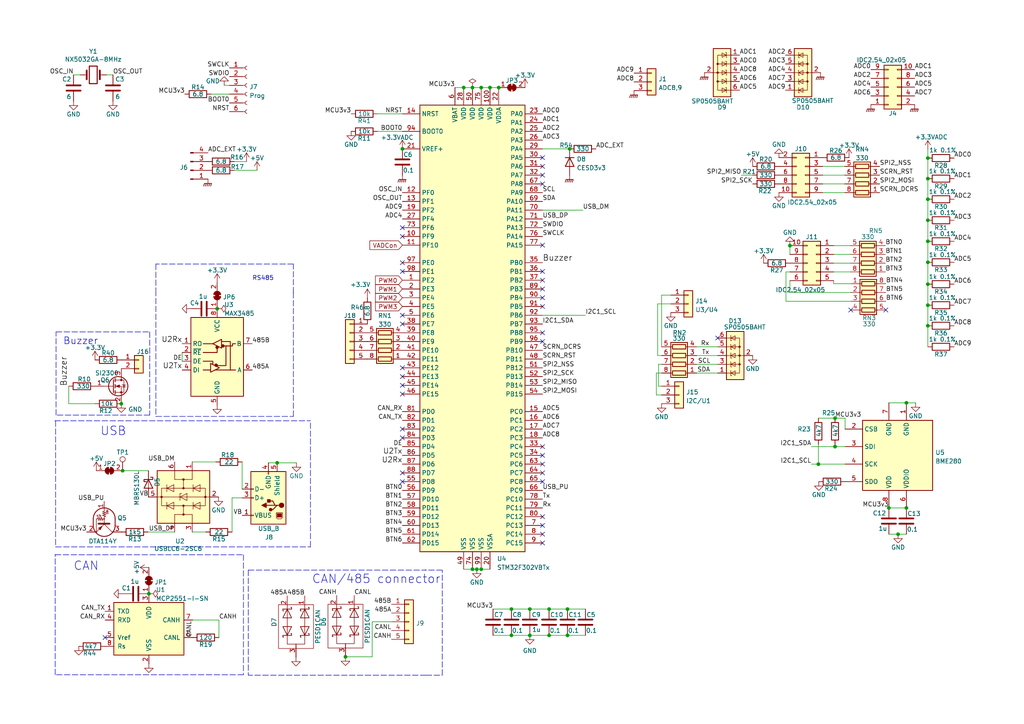
<source format=kicad_sch>
(kicad_sch (version 20211123) (generator eeschema)
  (paper "A4")
  (junction (at 269.113 82.423))
  (junction (at 229.108 71.247))
  (junction (at 165.227 43.18))
  (junction (at 35.179 117.094))
  (junction (at 144.653 25.4))
  (junction (at 142.113 25.4))
  (junction (at 260.477 154.94))
  (junction (at 137.033 165.1))
  (junction (at 269.113 88.519))
  (junction (at 100.203 190.5))
  (junction (at 134.493 25.4))
  (junction (at 159.258 176.657))
  (junction (at 257.81 147.32))
  (junction (at 164.592 184.277))
  (junction (at 159.258 184.277))
  (junction (at 269.113 51.816))
  (junction (at 242.189 121.285))
  (junction (at 153.67 184.277))
  (junction (at 262.89 147.32))
  (junction (at 269.113 45.847))
  (junction (at 269.113 94.488))
  (junction (at 139.573 25.4))
  (junction (at 269.113 69.977))
  (junction (at 269.113 63.881))
  (junction (at 139.573 165.1))
  (junction (at 148.336 176.657))
  (junction (at 262.89 116.84))
  (junction (at 137.033 25.4))
  (junction (at 269.113 57.785))
  (junction (at 43.18 172.212))
  (junction (at 269.113 76.073))
  (junction (at 62.992 89.535))
  (junction (at 148.336 184.277))
  (junction (at 237.363 134.62))
  (junction (at 164.592 176.657))
  (junction (at 153.67 176.657))
  (junction (at 80.391 134.239))
  (junction (at 116.713 43.18))
  (junction (at 35.56 136.525))
  (junction (at 242.189 129.54))
  (junction (at 138.303 165.1))
  (no_connect (at 157.353 71.12))
  (no_connect (at 157.353 132.08))
  (no_connect (at 157.353 129.54))
  (no_connect (at 256.921 89.916))
  (no_connect (at 246.761 89.916))
  (no_connect (at 157.353 157.48))
  (no_connect (at 116.713 66.04))
  (no_connect (at 157.353 81.28))
  (no_connect (at 157.353 45.72))
  (no_connect (at 157.353 48.26))
  (no_connect (at 157.353 50.8))
  (no_connect (at 157.353 53.34))
  (no_connect (at 30.48 184.912))
  (no_connect (at 208.153 98.044))
  (no_connect (at 116.713 137.16))
  (no_connect (at 116.713 139.7))
  (no_connect (at 116.713 106.68))
  (no_connect (at 116.713 109.22))
  (no_connect (at 116.713 111.76))
  (no_connect (at 116.713 114.3))
  (no_connect (at 116.713 124.46))
  (no_connect (at 116.713 127))
  (no_connect (at 157.353 139.7))
  (no_connect (at 157.353 137.16))
  (no_connect (at 157.353 134.62))
  (no_connect (at 157.353 154.94))
  (no_connect (at 157.353 152.4))
  (no_connect (at 157.353 149.86))
  (no_connect (at 116.713 68.58))
  (no_connect (at 157.353 99.06))
  (no_connect (at 157.353 96.52))
  (no_connect (at 157.353 78.74))
  (no_connect (at 116.713 76.2))
  (no_connect (at 116.713 78.74))
  (no_connect (at 116.713 91.44))
  (no_connect (at 116.713 93.98))
  (no_connect (at 157.353 83.82))
  (no_connect (at 157.353 88.9))
  (no_connect (at 157.353 86.36))
  (wire (pts (xy 159.258 176.657) (xy 164.592 176.657)))
  (wire (pts (xy 235.331 134.62) (xy 237.363 134.62)))
  (wire (pts (xy 131.953 25.4) (xy 134.493 25.4)))
  (wire (pts (xy 238.633 50.8) (xy 244.983 50.8)))
  (wire (pts (xy 241.808 76.327) (xy 246.634 76.327)))
  (wire (pts (xy 208.153 100.584) (xy 202.057 100.584)))
  (wire (pts (xy 269.113 51.816) (xy 269.113 57.785)))
  (wire (pts (xy 137.033 165.1) (xy 138.303 165.1)))
  (wire (pts (xy 191.897 103.124) (xy 190.754 103.124)))
  (wire (pts (xy 67.31 144.399) (xy 70.231 144.399)))
  (polyline (pts (xy 128.27 165.354) (xy 123.317 165.354)))
  (wire (pts (xy 229.108 78.867) (xy 227.965 78.867)))
  (wire (pts (xy 32.766 21.717) (xy 30.861 21.717)))
  (polyline (pts (xy 16.129 122.047) (xy 16.129 158.623)))
  (wire (pts (xy 153.67 184.277) (xy 159.258 184.277)))
  (wire (pts (xy 237.363 121.285) (xy 242.189 121.285)))
  (wire (pts (xy 242.189 129.54) (xy 245.11 129.54)))
  (wire (pts (xy 269.113 43.307) (xy 269.113 45.847)))
  (wire (pts (xy 241.808 78.867) (xy 246.634 78.867)))
  (wire (pts (xy 134.493 25.4) (xy 137.033 25.4)))
  (wire (pts (xy 269.113 45.847) (xy 269.113 51.816)))
  (wire (pts (xy 80.391 134.239) (xy 85.979 134.239)))
  (wire (pts (xy 143.002 176.657) (xy 148.336 176.657)))
  (polyline (pts (xy 72.009 165.354) (xy 72.009 195.834)))
  (polyline (pts (xy 123.571 195.834) (xy 128.27 195.834)))
  (wire (pts (xy 229.108 71.247) (xy 229.108 73.787)))
  (wire (pts (xy 148.336 184.277) (xy 153.67 184.277)))
  (wire (pts (xy 208.153 105.664) (xy 202.057 105.664)))
  (wire (pts (xy 245.11 134.62) (xy 237.363 134.62)))
  (wire (pts (xy 237.363 134.62) (xy 237.363 128.905)))
  (wire (pts (xy 241.808 73.787) (xy 246.634 73.787)))
  (polyline (pts (xy 85.09 120.777) (xy 85.09 84.201)))
  (wire (pts (xy 257.81 154.94) (xy 260.477 154.94)))
  (wire (pts (xy 241.808 81.407) (xy 241.808 82.296)))
  (wire (pts (xy 107.95 180.34) (xy 107.95 190.5)))
  (wire (pts (xy 100.203 190.627) (xy 100.203 190.5)))
  (polyline (pts (xy 16.256 120.396) (xy 16.256 96.266)))
  (polyline (pts (xy 72.009 165.354) (xy 123.571 165.354)))
  (polyline (pts (xy 16.129 158.623) (xy 90.043 158.623)))
  (wire (pts (xy 139.573 25.4) (xy 142.113 25.4)))
  (wire (pts (xy 208.153 103.124) (xy 202.057 103.124)))
  (wire (pts (xy 238.633 48.26) (xy 244.983 48.26)))
  (wire (pts (xy 194.564 88.138) (xy 190.754 88.138)))
  (wire (pts (xy 227.965 87.376) (xy 246.761 87.376)))
  (wire (pts (xy 42.926 154.305) (xy 50.673 154.305)))
  (wire (pts (xy 52.832 104.775) (xy 52.832 102.235)))
  (wire (pts (xy 35.56 136.525) (xy 43.053 136.525)))
  (wire (pts (xy 260.477 154.94) (xy 262.89 154.94)))
  (wire (pts (xy 159.258 184.277) (xy 164.592 184.277)))
  (wire (pts (xy 229.108 84.836) (xy 229.108 81.407)))
  (wire (pts (xy 262.89 116.84) (xy 265.557 116.84)))
  (wire (pts (xy 169.799 176.657) (xy 164.592 176.657)))
  (wire (pts (xy 169.799 184.277) (xy 164.592 184.277)))
  (wire (pts (xy 138.303 165.1) (xy 139.573 165.1)))
  (wire (pts (xy 242.189 128.905) (xy 242.189 129.54)))
  (wire (pts (xy 148.336 176.657) (xy 153.67 176.657)))
  (wire (pts (xy 241.808 82.296) (xy 246.761 82.296)))
  (wire (pts (xy 269.113 57.785) (xy 269.113 63.881)))
  (wire (pts (xy 19.939 117.094) (xy 19.939 112.014)))
  (polyline (pts (xy 123.571 195.834) (xy 72.009 195.834)))
  (wire (pts (xy 142.113 25.4) (xy 144.653 25.4)))
  (polyline (pts (xy 70.612 195.707) (xy 16.002 195.707)))
  (polyline (pts (xy 16.002 195.707) (xy 16.002 160.782)))
  (wire (pts (xy 241.808 71.247) (xy 246.634 71.247)))
  (wire (pts (xy 190.373 108.204) (xy 190.373 114.554)))
  (polyline (pts (xy 45.212 76.581) (xy 45.212 84.074)))
  (wire (pts (xy 65.024 24.765) (xy 66.548 24.765)))
  (polyline (pts (xy 43.434 96.266) (xy 43.434 120.396)))
  (polyline (pts (xy 128.27 195.834) (xy 128.27 165.354)))
  (wire (pts (xy 238.633 53.34) (xy 244.983 53.34)))
  (wire (pts (xy 191.897 85.598) (xy 191.897 100.584)))
  (wire (pts (xy 227.965 78.867) (xy 227.965 87.376)))
  (wire (pts (xy 238.633 55.88) (xy 244.983 55.88)))
  (wire (pts (xy 246.761 84.836) (xy 229.108 84.836)))
  (wire (pts (xy 134.493 165.1) (xy 137.033 165.1)))
  (polyline (pts (xy 45.212 84.201) (xy 45.212 120.777)))
  (polyline (pts (xy 15.875 122.047) (xy 90.043 122.047)))
  (wire (pts (xy 139.573 165.1) (xy 142.113 165.1)))
  (wire (pts (xy 191.008 105.664) (xy 191.897 105.664)))
  (wire (pts (xy 61.214 27.305) (xy 66.548 27.305)))
  (wire (pts (xy 63.5 184.912) (xy 63.5 179.832)))
  (wire (pts (xy 55.753 154.305) (xy 59.69 154.305)))
  (polyline (pts (xy 85.09 84.963) (xy 85.09 76.581)))
  (polyline (pts (xy 43.434 120.396) (xy 16.256 120.396)))
  (wire (pts (xy 269.113 94.488) (xy 269.113 100.584)))
  (wire (pts (xy 67.31 154.305) (xy 67.31 144.399)))
  (wire (pts (xy 169.799 91.44) (xy 157.353 91.44)))
  (wire (pts (xy 137.033 25.4) (xy 139.573 25.4)))
  (wire (pts (xy 269.113 82.423) (xy 269.113 88.519)))
  (wire (pts (xy 215.011 50.8) (xy 218.313 50.8)))
  (wire (pts (xy 109.474 33.02) (xy 116.713 33.02)))
  (wire (pts (xy 269.113 63.881) (xy 269.113 69.977)))
  (wire (pts (xy 242.189 121.285) (xy 245.11 121.285)))
  (wire (pts (xy 169.037 60.96) (xy 157.353 60.96)))
  (wire (pts (xy 55.753 133.985) (xy 62.611 133.985)))
  (wire (pts (xy 191.897 112.014) (xy 191.008 112.014)))
  (wire (pts (xy 269.113 69.977) (xy 269.113 76.073)))
  (wire (pts (xy 190.373 114.554) (xy 191.897 114.554)))
  (polyline (pts (xy 16.002 160.909) (xy 70.612 160.909)))
  (wire (pts (xy 257.81 147.32) (xy 262.89 147.32)))
  (wire (pts (xy 190.754 88.138) (xy 190.754 103.124)))
  (wire (pts (xy 269.113 76.073) (xy 269.113 82.423)))
  (wire (pts (xy 21.336 21.717) (xy 23.241 21.717)))
  (wire (pts (xy 67.945 46.863) (xy 71.501 46.863)))
  (wire (pts (xy 100.203 190.5) (xy 107.95 190.5)))
  (wire (pts (xy 109.474 38.1) (xy 116.713 38.1)))
  (wire (pts (xy 208.153 108.204) (xy 202.057 108.204)))
  (wire (pts (xy 153.67 176.657) (xy 159.258 176.657)))
  (wire (pts (xy 77.851 134.239) (xy 80.391 134.239)))
  (polyline (pts (xy 85.09 76.581) (xy 45.212 76.581)))
  (wire (pts (xy 245.11 121.285) (xy 245.11 124.46)))
  (wire (pts (xy 191.897 85.598) (xy 194.564 85.598)))
  (polyline (pts (xy 16.256 96.266) (xy 43.434 96.266)))
  (polyline (pts (xy 90.043 158.623) (xy 90.043 122.047)))
  (wire (pts (xy 27.559 117.094) (xy 19.939 117.094)))
  (wire (pts (xy 143.002 184.277) (xy 148.336 184.277)))
  (wire (pts (xy 269.113 88.519) (xy 269.113 94.488)))
  (wire (pts (xy 191.008 112.014) (xy 191.008 105.664)))
  (polyline (pts (xy 70.612 160.909) (xy 70.612 195.707)))
  (wire (pts (xy 70.231 133.985) (xy 70.231 141.859)))
  (wire (pts (xy 67.945 49.403) (xy 74.549 49.403)))
  (wire (pts (xy 157.353 43.18) (xy 165.227 43.18)))
  (polyline (pts (xy 45.212 120.777) (xy 85.09 120.777)))
  (wire (pts (xy 257.81 116.84) (xy 262.89 116.84)))
  (wire (pts (xy 191.897 108.204) (xy 190.373 108.204)))
  (wire (pts (xy 63.5 179.832) (xy 55.88 179.832)))
  (wire (pts (xy 235.331 129.54) (xy 242.189 129.54)))
  (wire (pts (xy 113.538 180.34) (xy 107.95 180.34)))
  (text "USB" (at 36.703 126.619 180) (effects (font (size 2.4892 2.4892)) (justify right bottom)))
  (text "RS485" (at 73.152 81.534 0) (effects (font (size 1.27 1.27)) (justify left bottom)))
  (text "Buzzer" (at 18.288 100.203 0) (effects (font (size 2.0066 2.0066)) (justify left bottom)))
  (text "CAN/485 connector" (at 90.424 169.545 0) (effects (font (size 2.4892 2.4892)) (justify left bottom)))
  (text "CAN" (at 28.702 165.735 180) (effects (font (size 2.4892 2.4892)) (justify right bottom)))
  (label "CAN_TX" (at 30.48 177.292 180))
  (label "SPI2_SCK" (at 218.313 53.34 180))
  (label "ADC1" (at 265.303 20.193 0))
  (label "ADC8" (at 183.896 23.749 180))
  (label "ADC4" (at 116.713 63.5 180))
  (label "OSC_IN" (at 21.336 21.717 180))
  (label "MCU3v3" (at 131.953 25.4 180))
  (label "ADC_EXT" (at 172.847 43.18 0))
  (label "ADC0" (at 157.353 33.02 0))
  (label "SCRN_RST" (at 157.353 104.14 0))
  (label "ADC4" (at 252.603 25.273 180))
  (label "BOOT0" (at 66.548 29.845 180))
  (label "Tx" (at 205.74 103.124 180))
  (label "CANH" (at 113.538 185.42 180))
  (label "CAN_TX" (at 116.713 121.92 180))
  (label "OSC_IN" (at 116.713 55.88 180))
  (label "U2Tx" (at 52.832 107.315 180) (effects (font (size 1.524 1.524))))
  (label "OSC_OUT" (at 116.713 58.42 180))
  (label "SWDIO" (at 66.548 22.225 180))
  (label "DE" (at 52.832 104.775 180))
  (label "CAN_RX" (at 116.713 119.38 180))
  (label "MCU3v3" (at 257.81 147.32 180))
  (label "CAN_RX" (at 30.48 179.832 180))
  (label "VB" (at 70.231 149.479 180))
  (label "CANL" (at 55.88 184.912 90))
  (label "SCRN_RST" (at 255.143 50.8 0))
  (label "MCU3v3" (at 101.854 33.02 180))
  (label "SPI2_NSS" (at 255.143 48.26 0))
  (label "Buzzer" (at 19.939 112.014 90) (effects (font (size 1.7018 1.7018))))
  (label "ADC1" (at 276.733 51.816 0))
  (label "ADC5" (at 157.353 119.38 0))
  (label "MCU3v3" (at 25.146 154.305 180))
  (label "SDA" (at 157.353 58.42 0))
  (label "BTN1" (at 256.794 73.787 0))
  (label "SCRN_DCRS" (at 255.143 55.88 0))
  (label "USB_DP" (at 50.673 154.305 180))
  (label "ADC0" (at 276.733 45.847 0))
  (label "485B" (at 88.392 172.847 180))
  (label "SPI2_MISO" (at 157.353 111.76 0))
  (label "USB_DM" (at 169.037 60.96 0))
  (label "USB_DM" (at 50.673 133.985 180))
  (label "ADC7" (at 265.303 27.813 0))
  (label "NRST" (at 66.548 32.385 180))
  (label "ADC6" (at 252.603 27.813 180))
  (label "ADC4" (at 276.733 69.977 0))
  (label "SCRN_DCRS" (at 157.353 101.6 0))
  (label "485B" (at 113.538 175.26 180))
  (label "ADC2" (at 157.353 38.1 0))
  (label "BTN3" (at 256.794 78.867 0))
  (label "ADC0" (at 252.603 20.193 180))
  (label "VB" (at 43.053 144.145 180))
  (label "BTN2" (at 256.794 76.327 0))
  (label "ADC7" (at 157.353 124.46 0))
  (label "MCU3v3" (at 143.002 176.657 180))
  (label "USB_DP" (at 157.353 63.5 0))
  (label "CANL" (at 102.743 172.72 0))
  (label "U2Tx" (at 116.713 132.08 180) (effects (font (size 1.524 1.524))))
  (label "CANL" (at 113.538 182.88 180))
  (label "OSC_OUT" (at 32.766 21.717 0))
  (label "SWCLK" (at 66.548 19.685 180))
  (label "Buzzer" (at 157.353 76.2 0) (effects (font (size 1.7018 1.7018))))
  (label "BTN3" (at 116.713 149.86 180))
  (label "DE" (at 116.713 129.54 180))
  (label "485A" (at 113.538 177.8 180))
  (label "SPI2_MOSI" (at 255.143 53.34 0))
  (label "ADC3" (at 227.838 18.542 180))
  (label "SCL" (at 206.121 105.664 180))
  (label "ADC8" (at 157.353 127 0))
  (label "ADC0" (at 214.503 18.542 0))
  (label "ADC_EXT" (at 60.325 44.323 0))
  (label "I2C1_SDA" (at 235.331 129.54 180))
  (label "ADC7" (at 276.733 88.519 0))
  (label "ADC6" (at 157.353 121.92 0))
  (label "BTN5" (at 116.713 154.94 180))
  (label "ADC1" (at 214.503 16.002 0))
  (label "I2C1_SCL" (at 235.331 134.62 180))
  (label "U2Rx" (at 116.713 134.62 180) (effects (font (size 1.524 1.524))))
  (label "BOOT0" (at 116.713 38.1 180))
  (label "ADC2" (at 276.733 57.785 0))
  (label "U2Rx" (at 52.832 99.695 180) (effects (font (size 1.524 1.524))))
  (label "MCU3v3" (at 242.189 121.285 0))
  (label "SPI2_SCK" (at 157.353 109.22 0))
  (label "USB_PU" (at 30.226 145.415 180))
  (label "SDA" (at 205.994 108.204 180))
  (label "ADC6" (at 276.733 82.423 0))
  (label "BTN2" (at 116.713 147.32 180))
  (label "BTN1" (at 116.713 144.78 180))
  (label "I2C1_SDA" (at 157.353 93.98 0))
  (label "BTN6" (at 256.921 87.376 0))
  (label "I2C1_SCL" (at 169.799 91.44 0))
  (label "ADC9" (at 276.733 100.584 0))
  (label "ADC9" (at 227.838 26.162 180))
  (label "ADC3" (at 157.353 40.64 0))
  (label "MCU3v3" (at 53.594 27.305 180))
  (label "ADC9" (at 183.896 21.209 180))
  (label "SWCLK" (at 157.353 68.58 0))
  (label "ADC5" (at 276.733 76.073 0))
  (label "ADC3" (at 276.733 63.881 0))
  (label "ADC8" (at 276.733 94.488 0))
  (label "ADC8" (at 214.503 21.082 0))
  (label "ADC1" (at 157.353 35.56 0))
  (label "Rx" (at 157.353 147.32 0))
  (label "CANH" (at 97.663 172.72 180))
  (label "BTN4" (at 116.713 152.4 180))
  (label "ADC6" (at 214.503 23.622 0))
  (label "BTN5" (at 256.921 84.836 0))
  (label "NRST" (at 116.713 33.02 180))
  (label "BTN0" (at 256.794 71.247 0))
  (label "CANH" (at 63.5 179.832 0))
  (label "485A" (at 73.152 107.315 0))
  (label "BTN4" (at 256.921 82.296 0))
  (label "ADC9" (at 116.713 60.96 180))
  (label "SWDIO" (at 157.353 66.04 0))
  (label "Rx" (at 205.74 100.584 180))
  (label "SPI2_MOSI" (at 157.353 114.3 0))
  (label "BTN0" (at 116.713 142.24 180))
  (label "ADC5" (at 265.303 25.273 0))
  (label "BTN6" (at 116.713 157.48 180))
  (label "ADC5" (at 214.503 26.162 0))
  (label "Tx" (at 157.353 144.78 0))
  (label "ADC4" (at 227.838 21.082 180))
  (label "485B" (at 73.152 99.695 0))
  (label "ADC2" (at 227.838 16.002 180))
  (label "SPI2_MISO" (at 215.011 50.8 180))
  (label "ADC2" (at 252.603 22.733 180))
  (label "ADC3" (at 265.303 22.733 0))
  (label "USB_PU" (at 157.353 142.24 0))
  (label "SPI2_NSS" (at 157.353 106.68 0))
  (label "ADC7" (at 227.838 23.622 180))
  (label "SCL" (at 157.353 55.88 0))
  (label "485A" (at 83.312 172.847 180))
  (global_label "PWM1" (shape input) (at 116.713 83.82 180) (property "Intersheet References" "${INTERSHEET_REFS}" (effects hide)))
  (global_label "PWM3" (shape input) (at 116.713 88.9 180) (property "Intersheet References" "${INTERSHEET_REFS}" (effects hide)))
  (global_label "PWM0" (shape input) (at 116.713 81.28 180) (property "Intersheet References" "${INTERSHEET_REFS}" (effects hide)))
  (global_label "PWM2" (shape input) (at 116.713 86.36 180) (property "Intersheet References" "${INTERSHEET_REFS}" (effects hide)))
  (global_label "VADCon" (shape input) (at 116.713 71.12 180) (property "Intersheet References" "${INTERSHEET_REFS}" (effects hide)))
  (symbol (lib_id "Device:R") (at 272.923 100.584 90) (unit 1)
    (property "Reference" "R37" (at 272.923 102.743 90))
    (property "Value" "1k 0.1%" (at 273.304 98.425 90))
    (property "Footprint" "Resistor_SMD:R_0805_2012Metric_Pad1.20x1.40mm_HandSolder" (effects hide))
  )
  (symbol (lib_id "Device:R") (at 64.135 46.863 270) (unit 1)
    (property "Reference" "R16" (at 68.707 45.593 90))
    (property "Value" "6.8" (at 64.135 46.863 90))
    (property "Footprint" "Resistor_SMD:R_0603_1608Metric_Pad0.98x0.95mm_HandSolder" (effects hide))
  )
  (symbol (lib_id "power:+3.3VADC") (at 269.113 43.307 0) (unit 1)
    (property "Reference" "#PWR050" (effects hide))
    (property "Value" "+3.3VADC" (at 270.129 39.751 0))
  )
  (symbol (lib_id "power:GND") (at 138.303 165.1 0) (unit 1)
    (property "Reference" "#PWR032" (effects hide))
    (property "Value" "GND" (at 138.303 168.91 0))
  )
  (symbol (lib_id "Connector:Conn_01x04_Male") (at 55.245 49.403 0) (mirror x) (unit 1)
    (property "Reference" "J6" (at 54.5339 48.5668 0) (effects (justify right)))
    (property "Value" "ADCext" (effects hide))
    (property "Footprint" "Connector_JST:JST_EH_B4B-EH-A_1x04_P2.50mm_Vertical" (effects hide))
  )
  (symbol (lib_id "power:GND") (at 32.766 29.337 0) (unit 1)
    (property "Reference" "#PWR016" (effects hide))
    (property "Value" "GND" (at 32.766 33.147 0))
  )
  (symbol (lib_id "Device:D_Schottky") (at 43.053 140.335 270) (unit 1)
    (property "Reference" "D5" (at 45.593 139.827 0))
    (property "Value" "MBRS130L" (at 39.624 141.605 0))
    (property "Footprint" "Diode_SMD:D_SMB_Handsoldering" (effects hide))
  )
  (symbol (lib_id "Device:R") (at 272.923 88.519 90) (unit 1)
    (property "Reference" "R35" (at 272.923 90.678 90))
    (property "Value" "1k 0.1%" (at 273.304 86.36 90))
    (property "Footprint" "Resistor_SMD:R_0805_2012Metric_Pad1.20x1.40mm_HandSolder" (effects hide))
  )
  (symbol (lib_id "power:GND") (at 62.992 117.475 0) (unit 1)
    (property "Reference" "#PWR024" (effects hide))
    (property "Value" "GND" (effects hide))
  )
  (symbol (lib_id "Device:R") (at 272.923 76.073 90) (unit 1)
    (property "Reference" "R33" (at 272.923 78.232 90))
    (property "Value" "1k 0.1%" (at 273.304 73.914 90))
    (property "Footprint" "Resistor_SMD:R_0805_2012Metric_Pad1.20x1.40mm_HandSolder" (effects hide))
  )
  (symbol (lib_id "power:GND") (at 237.49 139.7 0) (unit 1)
    (property "Reference" "#PWR043" (effects hide))
    (property "Value" "GND" (at 237.49 143.51 0))
  )
  (symbol (lib_id "Jumper:SolderJumper_2_Bridged") (at 31.75 136.525 0) (unit 1)
    (property "Reference" "JP2" (at 31.75 134.4732 0))
    (property "Value" "USB5V" (effects hide))
    (property "Footprint" "Jumper:SolderJumper-2_P1.3mm_Open_TrianglePad1.0x1.5mm" (effects hide))
  )
  (symbol (lib_id "power:+3.3V") (at 221.488 76.327 0) (unit 1)
    (property "Reference" "#PWR045" (effects hide))
    (property "Value" "+3.3V" (at 221.488 72.771 0))
  )
  (symbol (lib_id "power:PWR_FLAG") (at 43.18 172.212 270) (unit 1)
    (property "Reference" "#FLG0101" (effects hide))
    (property "Value" "PWR_FLAG" (effects hide))
  )
  (symbol (lib_id "power:GNDPWR") (at 116.713 50.8 0) (unit 1)
    (property "Reference" "#PWR01" (effects hide))
    (property "Value" "GNDPWR" (effects hide))
  )
  (symbol (lib_id "Device:R") (at 272.923 63.881 90) (unit 1)
    (property "Reference" "R31" (at 272.923 66.04 90))
    (property "Value" "1k 0.1%" (at 273.304 61.722 90))
    (property "Footprint" "Resistor_SMD:R_0805_2012Metric_Pad1.20x1.40mm_HandSolder" (effects hide))
  )
  (symbol (lib_id "Device:C") (at 116.713 46.99 0) (unit 1)
    (property "Reference" "C6" (at 116.967 44.831 0) (effects (justify left)))
    (property "Value" "0.1" (at 116.84 49.403 0) (effects (justify left)))
    (property "Footprint" "Capacitor_SMD:C_0603_1608Metric_Pad1.08x0.95mm_HandSolder" (effects hide))
  )
  (symbol (lib_id "Connector_Generic:Conn_01x03") (at 199.644 88.138 0) (unit 1)
    (property "Reference" "J14" (at 201.676 87.3033 0) (effects (justify left)))
    (property "Value" "U3/U4" (at 201.676 89.8402 0) (effects (justify left)))
    (property "Footprint" "Connector_JST:JST_EH_B3B-EH-A_1x03_P2.50mm_Vertical" (effects hide))
  )
  (symbol (lib_id "power:GND") (at 225.933 55.88 0) (unit 1)
    (property "Reference" "#PWR039" (effects hide))
    (property "Value" "GND" (at 225.933 59.69 0))
  )
  (symbol (lib_id "Device:R") (at 26.67 187.452 90) (unit 1)
    (property "Reference" "R44" (at 27.94 189.484 90) (effects (justify left)))
    (property "Value" "4k7" (at 28.194 187.452 90) (effects (justify left)))
    (property "Footprint" "Resistor_SMD:R_0603_1608Metric_Pad0.98x0.95mm_HandSolder" (effects hide))
  )
  (symbol (lib_id "Device:R") (at 272.923 94.488 90) (unit 1)
    (property "Reference" "R36" (at 272.923 96.647 90))
    (property "Value" "1k 0.1%" (at 273.304 92.329 90))
    (property "Footprint" "Resistor_SMD:R_0805_2012Metric_Pad1.20x1.40mm_HandSolder" (effects hide))
  )
  (symbol (lib_id "Device:C") (at 159.258 180.467 0) (unit 1)
    (property "Reference" "C10" (at 159.512 178.308 0) (effects (justify left)))
    (property "Value" "0.1" (at 159.385 182.88 0) (effects (justify left)))
    (property "Footprint" "Capacitor_SMD:C_0603_1608Metric_Pad1.08x0.95mm_HandSolder" (effects hide))
  )
  (symbol (lib_id "Device:C") (at 59.182 89.535 90) (unit 1)
    (property "Reference" "C4" (at 57.785 87.884 90) (effects (justify left)))
    (property "Value" "1u" (at 60.198 85.979 90) (effects (justify left)))
    (property "Footprint" "Capacitor_SMD:C_0603_1608Metric_Pad1.08x0.95mm_HandSolder" (effects hide))
  )
  (symbol (lib_id "Device:R") (at 57.404 27.305 90) (unit 1)
    (property "Reference" "R14" (at 57.404 25.273 90))
    (property "Value" "6.8" (at 57.404 27.305 90))
    (property "Footprint" "Resistor_SMD:R_0603_1608Metric_Pad0.98x0.95mm_HandSolder" (effects hide))
  )
  (symbol (lib_id "Connector_Generic:Conn_02x05_Counter_Clockwise") (at 236.728 76.327 0) (mirror y) (unit 1)
    (property "Reference" "J11" (at 235.458 68.707 0))
    (property "Value" "IDC2.54_02x05" (at 232.156 84.074 0))
    (property "Footprint" "Connector_IDC:IDC-Header_2x05_P2.54mm_Vertical" (effects hide))
  )
  (symbol (lib_id "Device:R") (at 106.553 90.17 0) (unit 1)
    (property "Reference" "R46" (at 103.632 89.154 0))
    (property "Value" "6.8" (at 106.553 90.17 90))
    (property "Footprint" "Resistor_SMD:R_0603_1608Metric_Pad0.98x0.95mm_HandSolder" (effects hide))
  )
  (symbol (lib_id "Power_Protection:USBLC6-2SC6") (at 53.213 144.145 90) (mirror x) (unit 1)
    (property "Reference" "U2" (at 52.197 156.972 90))
    (property "Value" "USBLC6-2SC6" (at 51.689 159.131 90))
    (property "Footprint" "Package_TO_SOT_SMD:SOT-23-6" (effects hide))
    (property "Datasheet" "https://www.st.com/resource/en/datasheet/usblc6-2.pdf" (effects hide))
  )
  (symbol (lib_id "power:+5V") (at 74.549 49.403 0) (unit 1)
    (property "Reference" "#PWR028" (effects hide))
    (property "Value" "+5V" (at 74.549 45.8272 0))
  )
  (symbol (lib_id "power:GND") (at 65.024 24.765 180) (unit 1)
    (property "Reference" "#PWR026" (effects hide))
    (property "Value" "GND" (at 59.69 23.495 0) (effects (justify right)))
  )
  (symbol (lib_id "Power_Protection:SP0505BAHT") (at 209.423 21.082 270) (unit 1)
    (property "Reference" "D9" (at 209.423 31.115 90))
    (property "Value" "SP0505BAHT" (at 206.629 29.337 90))
    (property "Footprint" "Package_TO_SOT_SMD:SOT-23-6" (effects hide))
    (property "Datasheet" "http://www.littelfuse.com/~/media/files/littelfuse/technical%20resources/documents/data%20sheets/sp05xxba.pdf" (effects hide))
  )
  (symbol (lib_id "Device:R") (at 39.116 154.305 270) (unit 1)
    (property "Reference" "R13" (at 39.116 156.337 90))
    (property "Value" "1k5" (at 39.116 154.305 90))
    (property "Footprint" "Resistor_SMD:R_0603_1608Metric_Pad0.98x0.95mm_HandSolder" (effects hide))
  )
  (symbol (lib_id "Device:R") (at 237.363 125.095 0) (unit 1)
    (property "Reference" "R23" (at 231.267 124.46 0) (effects (justify left)))
    (property "Value" "4k7" (at 237.49 126.746 90) (effects (justify left)))
    (property "Footprint" "Resistor_SMD:R_0603_1608Metric_Pad0.98x0.95mm_HandSolder" (effects hide))
  )
  (symbol (lib_id "Device:C") (at 148.336 180.467 0) (unit 1)
    (property "Reference" "C8" (at 148.59 178.308 0) (effects (justify left)))
    (property "Value" "0.1" (at 148.463 182.88 0) (effects (justify left)))
    (property "Footprint" "Capacitor_SMD:C_0603_1608Metric_Pad1.08x0.95mm_HandSolder" (effects hide))
  )
  (symbol (lib_id "Device:R") (at 23.749 112.014 270) (unit 1)
    (property "Reference" "R10" (at 22.479 109.982 90) (effects (justify left)))
    (property "Value" "330" (at 22.225 112.014 90) (effects (justify left)))
    (property "Footprint" "Resistor_SMD:R_0603_1608Metric_Pad0.98x0.95mm_HandSolder" (effects hide))
  )
  (symbol (lib_id "power:PWR_FLAG") (at 62.992 89.535 270) (unit 1)
    (property "Reference" "#FLG0102" (effects hide))
    (property "Value" "PWR_FLAG" (effects hide))
  )
  (symbol (lib_id "Device:R") (at 169.037 43.18 90) (unit 1)
    (property "Reference" "R54" (at 164.211 42.164 90))
    (property "Value" "330" (at 169.037 43.18 90))
    (property "Footprint" "Resistor_SMD:R_0603_1608Metric_Pad0.98x0.95mm_HandSolder" (effects hide))
  )
  (symbol (lib_id "Device:R") (at 105.664 38.1 270) (unit 1)
    (property "Reference" "R11" (at 105.664 40.132 90))
    (property "Value" "10k" (at 105.664 38.1 90))
    (property "Footprint" "Resistor_SMD:R_0603_1608Metric_Pad0.98x0.95mm_HandSolder" (effects hide))
  )
  (symbol (lib_id "power:GNDPWR") (at 265.303 30.353 0) (unit 1)
    (property "Reference" "#PWR048" (effects hide))
    (property "Value" "GNDPWR" (effects hide))
  )
  (symbol (lib_id "Device:Q_NMOS_GSD") (at 32.639 112.014 0) (unit 1)
    (property "Reference" "Q6" (at 29.083 110.236 0) (effects (justify left)))
    (property "Value" "SI2300" (at 27.559 108.204 0) (effects (justify left)))
    (property "Footprint" "Package_TO_SOT_SMD:SOT-23_Handsoldering" (effects hide))
  )
  (symbol (lib_id "Interface_CAN_LIN:MCP2551-I-SN") (at 43.18 182.372 0) (unit 1)
    (property "Reference" "U1" (at 45.1994 171.0522 0) (effects (justify left)))
    (property "Value" "MCP2551-I-SN" (at 45.1994 173.5891 0) (effects (justify left)))
    (property "Footprint" "Package_SO:SOIC-8_3.9x4.9mm_P1.27mm" (effects hide))
    (property "Datasheet" "http://ww1.microchip.com/downloads/en/devicedoc/21667d.pdf" (effects hide))
  )
  (symbol (lib_id "Device:C") (at 169.799 180.467 0) (unit 1)
    (property "Reference" "C5" (at 170.053 178.308 0) (effects (justify left)))
    (property "Value" "0.1" (at 169.926 182.88 0) (effects (justify left)))
    (property "Footprint" "Capacitor_SMD:C_0603_1608Metric_Pad1.08x0.95mm_HandSolder" (effects hide))
  )
  (symbol (lib_id "power:+3.3V") (at 62.992 81.915 0) (unit 1)
    (property "Reference" "#PWR023" (effects hide))
    (property "Value" "+3.3V" (at 62.992 78.359 0))
  )
  (symbol (lib_id "power:GND") (at 260.477 154.94 0) (unit 1)
    (property "Reference" "#PWR047" (effects hide))
    (property "Value" "GND" (at 260.477 158.75 0))
  )
  (symbol (lib_id "Device:R_Pack04") (at 111.633 99.06 90) (unit 1)
    (property "Reference" "RN1" (at 111.633 91.5502 90))
    (property "Value" "330" (at 111.633 94.0871 90))
    (property "Footprint" "Resistor_SMD:R_Array_Convex_4x0603" (effects hide))
  )
  (symbol (lib_id "power:GND") (at 229.108 71.247 180) (unit 1)
    (property "Reference" "#PWR040" (effects hide))
    (property "Value" "GND" (at 229.108 67.437 0))
  )
  (symbol (lib_id "power:GND") (at 194.564 90.678 0) (unit 1)
    (property "Reference" "#PWR072" (effects hide))
    (property "Value" "GND" (at 194.564 94.488 0))
  )
  (symbol (lib_id "Interface_UART:MAX3485") (at 62.992 102.235 0) (unit 1)
    (property "Reference" "U3" (at 65.0114 88.3752 0) (effects (justify left)))
    (property "Value" "MAX3485" (at 65.0114 90.9121 0) (effects (justify left)))
    (property "Footprint" "Package_SO:SO-8_3.9x4.9mm_P1.27mm" (effects hide))
    (property "Datasheet" "https://datasheets.maximintegrated.com/en/ds/MAX3483-MAX3491.pdf" (effects hide))
  )
  (symbol (lib_id "Device:R") (at 272.923 45.847 90) (unit 1)
    (property "Reference" "R28" (at 272.923 48.006 90))
    (property "Value" "1k 0.1%" (at 273.431 43.561 90))
    (property "Footprint" "Resistor_SMD:R_0805_2012Metric_Pad1.20x1.40mm_HandSolder" (effects hide))
  )
  (symbol (lib_id "Connector:TestPoint") (at 35.56 136.525 0) (unit 1)
    (property "Reference" "TP1" (at 33.782 131.191 0) (effects (justify left)))
    (property "Value" "5Vusb" (effects hide))
    (property "Footprint" "TestPoint:TestPoint_THTPad_1.5x1.5mm_Drill0.7mm" (effects hide))
  )
  (symbol (lib_id "Connector_Generic:Conn_01x05") (at 118.618 180.34 0) (unit 1)
    (property "Reference" "J9" (at 120.65 180.7738 0) (effects (justify left)))
    (property "Value" "485{slash}CAN" (effects hide))
    (property "Footprint" "Connector_JST:JST_EH_B5B-EH-A_1x05_P2.50mm_Vertical" (effects hide))
  )
  (symbol (lib_id "Device:R") (at 63.5 154.305 270) (unit 1)
    (property "Reference" "R15" (at 63.5 156.337 90))
    (property "Value" "22" (at 63.5 154.305 90))
    (property "Footprint" "Resistor_SMD:R_0603_1608Metric_Pad0.98x0.95mm_HandSolder" (effects hide))
  )
  (symbol (lib_id "power:GND") (at 85.979 134.239 0) (unit 1)
    (property "Reference" "#PWR029" (effects hide))
    (property "Value" "GND" (at 85.979 138.049 0))
  )
  (symbol (lib_id "Connector_Generic:Conn_01x02") (at 40.259 104.394 0) (unit 1)
    (property "Reference" "J16" (at 39.624 101.981 0) (effects (justify left)))
    (property "Value" "buzzer" (effects hide))
    (property "Footprint" "Connector_PinSocket_2.54mm:PinSocket_1x02_P2.54mm_Vertical" (effects hide))
  )
  (symbol (lib_id "power:GND") (at 191.897 117.094 0) (unit 1)
    (property "Reference" "#PWR071" (effects hide))
    (property "Value" "GND" (at 191.897 120.904 0))
  )
  (symbol (lib_id "power:GND") (at 35.56 172.212 270) (unit 1)
    (property "Reference" "#PWR030" (effects hide))
    (property "Value" "GND" (effects hide))
  )
  (symbol (lib_id "power:GND") (at 43.18 192.532 0) (unit 1)
    (property "Reference" "#PWR019" (effects hide))
    (property "Value" "GND" (effects hide))
  )
  (symbol (lib_id "Device:R") (at 272.923 57.785 90) (unit 1)
    (property "Reference" "R30" (at 272.923 59.944 90))
    (property "Value" "1k 0.1%" (at 273.304 55.626 90))
    (property "Footprint" "Resistor_SMD:R_0805_2012Metric_Pad1.20x1.40mm_HandSolder" (effects hide))
  )
  (symbol (lib_id "power:GND") (at 21.336 29.337 0) (unit 1)
    (property "Reference" "#PWR013" (effects hide))
    (property "Value" "GND" (at 21.336 33.147 0))
  )
  (symbol (lib_id "Jumper:SolderJumper_2_Bridged") (at 43.18 168.402 90) (unit 1)
    (property "Reference" "JP1" (at 44.831 168.8358 90) (effects (justify right)))
    (property "Value" "CAN" (effects hide))
    (property "Footprint" "Jumper:SolderJumper-2_P1.3mm_Open_TrianglePad1.0x1.5mm" (effects hide))
  )
  (symbol (lib_id "power:+5V") (at 43.18 164.592 90) (unit 1)
    (property "Reference" "#PWR012" (effects hide))
    (property "Value" "+5V" (at 39.624 164.592 0))
  )
  (symbol (lib_id "Jumper:SolderJumper_2_Bridged") (at 148.463 25.4 0) (unit 1)
    (property "Reference" "JP3" (at 148.463 23.3482 0))
    (property "Value" "MCU" (effects hide))
    (property "Footprint" "Jumper:SolderJumper-2_P1.3mm_Open_TrianglePad1.0x1.5mm" (effects hide))
  )
  (symbol (lib_id "Device:R") (at 105.664 33.02 270) (unit 1)
    (property "Reference" "R41" (at 105.664 35.052 90))
    (property "Value" "10k" (at 105.664 33.02 90))
    (property "Footprint" "Resistor_SMD:R_0603_1608Metric_Pad0.98x0.95mm_HandSolder" (effects hide))
  )
  (symbol (lib_id "elements:PESD1CAN") (at 88.392 180.467 270) (unit 1)
    (property "Reference" "D7" (at 79.502 180.467 0))
    (property "Value" "PESD1CAN" (at 92.202 181.737 0))
    (property "Footprint" "Package_TO_SOT_SMD:SOT-23" (effects hide))
  )
  (symbol (lib_id "Device:C") (at 164.592 180.467 0) (unit 1)
    (property "Reference" "C11" (at 164.846 178.308 0) (effects (justify left)))
    (property "Value" "0.1" (at 164.719 182.88 0) (effects (justify left)))
    (property "Footprint" "Capacitor_SMD:C_0603_1608Metric_Pad1.08x0.95mm_HandSolder" (effects hide))
  )
  (symbol (lib_id "Power_Protection:SP0505BAHT") (at 232.918 21.082 90) (unit 1)
    (property "Reference" "D10" (at 232.918 31.115 90))
    (property "Value" "SP0505BAHT" (at 235.712 29.21 90))
    (property "Footprint" "Package_TO_SOT_SMD:SOT-23-6" (effects hide))
    (property "Datasheet" "http://www.littelfuse.com/~/media/files/littelfuse/technical%20resources/documents/data%20sheets/sp05xxba.pdf" (effects hide))
  )
  (symbol (lib_id "Device:R") (at 242.189 125.095 0) (unit 1)
    (property "Reference" "R25" (at 238.379 119.761 0) (effects (justify left)))
    (property "Value" "4k7" (at 242.316 126.746 90) (effects (justify left)))
    (property "Footprint" "Resistor_SMD:R_0603_1608Metric_Pad0.98x0.95mm_HandSolder" (effects hide))
  )
  (symbol (lib_id "Device:C") (at 21.336 25.527 0) (mirror y) (unit 1)
    (property "Reference" "C2" (at 20.701 22.987 0) (effects (justify left)))
    (property "Value" "6" (at 20.701 28.067 0) (effects (justify left)))
    (property "Footprint" "Capacitor_SMD:C_0603_1608Metric_Pad1.08x0.95mm_HandSolder" (effects hide))
  )
  (symbol (lib_id "power:GNDPWR") (at 237.998 21.082 0) (unit 1)
    (property "Reference" "#PWR051" (effects hide))
    (property "Value" "GNDPWR" (effects hide))
  )
  (symbol (lib_id "elements:PESD1CAN") (at 102.743 180.34 270) (unit 1)
    (property "Reference" "D6" (at 93.853 180.34 0))
    (property "Value" "PESD1CAN" (at 106.553 181.61 0))
    (property "Footprint" "Package_TO_SOT_SMD:SOT-23" (effects hide))
  )
  (symbol (lib_id "Power_Protection:SP0505BAHT") (at 213.233 103.124 90) (unit 1)
    (property "Reference" "D13" (at 213.233 93.091 90))
    (property "Value" "SP0505BAHT" (at 216.027 94.869 90))
    (property "Footprint" "Package_TO_SOT_SMD:SOT-23-6" (effects hide))
    (property "Datasheet" "http://www.littelfuse.com/~/media/files/littelfuse/technical%20resources/documents/data%20sheets/sp05xxba.pdf" (effects hide))
  )
  (symbol (lib_id "Connector:USB_B") (at 77.851 144.399 180) (unit 1)
    (property "Reference" "J8" (at 76.835 155.829 0) (effects (justify right)))
    (property "Value" "USB_B" (at 74.803 153.289 0) (effects (justify right)))
    (property "Footprint" "Connector_USB:USB_B_TE_5787834_Vertical" (effects hide))
    (property "Datasheet" " ~" (effects hide))
  )
  (symbol (lib_id "Device:C") (at 143.002 180.467 0) (unit 1)
    (property "Reference" "C7" (at 143.256 178.308 0) (effects (justify left)))
    (property "Value" "0.1" (at 143.129 182.88 0) (effects (justify left)))
    (property "Footprint" "Capacitor_SMD:C_0603_1608Metric_Pad1.08x0.95mm_HandSolder" (effects hide))
  )
  (symbol (lib_id "Connector_Generic:Conn_01x05") (at 101.473 99.06 0) (mirror y) (unit 1)
    (property "Reference" "J18" (at 101.473 91.5472 0))
    (property "Value" "LEDs" (effects hide))
    (property "Footprint" "Connector_JST:JST_EH_B5B-EH-A_1x05_P2.50mm_Vertical" (effects hide))
  )
  (symbol (lib_id "Device:R") (at 59.69 184.912 270) (unit 1)
    (property "Reference" "R19" (at 59.69 186.944 90))
    (property "Value" "120" (at 59.69 184.912 90))
    (property "Footprint" "Resistor_SMD:R_1210_3225Metric_Pad1.30x2.65mm_HandSolder" (effects hide))
  )
  (symbol (lib_id "Connector_Generic:Conn_02x05_Odd_Even") (at 257.683 25.273 0) (mirror x) (unit 1)
    (property "Reference" "J4" (at 258.953 32.893 0))
    (property "Value" "IDC2.54_02x05" (at 255.651 17.399 0))
    (property "Footprint" "Connector_IDC:IDC-Header_2x05_P2.54mm_Vertical" (effects hide))
  )
  (symbol (lib_id "power:GND") (at 85.852 190.627 0) (unit 1)
    (property "Reference" "#PWR037" (effects hide))
    (property "Value" "GND" (effects hide))
  )
  (symbol (lib_id "Device:C") (at 32.766 25.527 0) (unit 1)
    (property "Reference" "C3" (at 33.401 22.987 0) (effects (justify left)))
    (property "Value" "6" (at 33.401 28.067 0) (effects (justify left)))
    (property "Footprint" "Capacitor_SMD:C_0603_1608Metric_Pad1.08x0.95mm_HandSolder" (effects hide))
  )
  (symbol (lib_id "power:+3.3V") (at 71.501 46.863 0) (unit 1)
    (property "Reference" "#PWR027" (effects hide))
    (property "Value" "+3.3V" (at 71.501 43.307 0))
  )
  (symbol (lib_id "Device:R") (at 225.298 76.327 270) (unit 1)
    (property "Reference" "R27" (at 225.298 78.359 90))
    (property "Value" "6.8" (at 225.298 76.327 90))
    (property "Footprint" "Resistor_SMD:R_0603_1608Metric_Pad0.98x0.95mm_HandSolder" (effects hide))
  )
  (symbol (lib_id "power:+3.3V") (at 27.559 104.394 0) (unit 1)
    (property "Reference" "#PWR017" (effects hide))
    (property "Value" "+3.3V" (at 27.559 100.8182 0))
  )
  (symbol (lib_id "Device:R_Pack04") (at 196.977 103.124 90) (unit 1)
    (property "Reference" "RN2" (at 197.104 96.52 90))
    (property "Value" "330" (at 196.977 98.1511 90))
    (property "Footprint" "Resistor_SMD:R_Array_Convex_4x0603" (effects hide))
  )
  (symbol (lib_id "Device:C") (at 257.81 151.13 0) (unit 1)
    (property "Reference" "C12" (at 253.111 148.844 0) (effects (justify left)))
    (property "Value" "1u" (at 254.762 153.289 0) (effects (justify left)))
    (property "Footprint" "Capacitor_SMD:C_0603_1608Metric_Pad1.08x0.95mm_HandSolder" (effects hide))
  )
  (symbol (lib_id "power:GNDPWR") (at 60.325 51.943 0) (unit 1)
    (property "Reference" "#PWR0101" (effects hide))
    (property "Value" "GNDPWR" (effects hide))
  )
  (symbol (lib_id "Device:R") (at 222.123 48.26 90) (unit 1)
    (property "Reference" "R20" (at 222.123 46.228 90))
    (property "Value" "6.8" (at 222.123 48.26 90))
    (property "Footprint" "Resistor_SMD:R_0603_1608Metric_Pad0.98x0.95mm_HandSolder" (effects hide))
  )
  (symbol (lib_id "Connector_Generic:Conn_01x03") (at 188.976 23.749 0) (unit 1)
    (property "Reference" "J1" (at 191.008 22.9143 0) (effects (justify left)))
    (property "Value" "ADC8,9" (at 191.008 25.4512 0) (effects (justify left)))
    (property "Footprint" "Connector_JST:JST_EH_B3B-EH-A_1x03_P2.50mm_Vertical" (effects hide))
  )
  (symbol (lib_id "Device:R") (at 222.123 50.8 90) (unit 1)
    (property "Reference" "R21" (at 217.297 49.784 90))
    (property "Value" "330" (at 222.123 50.8 90))
    (property "Footprint" "Resistor_SMD:R_0603_1608Metric_Pad0.98x0.95mm_HandSolder" (effects hide))
  )
  (symbol (lib_id "power:GND") (at 265.557 116.84 0) (unit 1)
    (property "Reference" "#PWR049" (effects hide))
    (property "Value" "GND" (at 265.557 120.65 0))
  )
  (symbol (lib_id "Connector_Generic:Conn_02x05_Odd_Even") (at 233.553 50.8 0) (mirror y) (unit 1)
    (property "Reference" "J10" (at 232.283 43.18 0))
    (property "Value" "IDC2.54_02x05" (at 235.585 58.674 0))
    (property "Footprint" "Connector_IDC:IDC-Header_2x05_P2.54mm_Vertical" (effects hide))
  )
  (symbol (lib_id "Device:R") (at 31.369 117.094 90) (unit 1)
    (property "Reference" "R12" (at 32.639 119.126 90) (effects (justify left)))
    (property "Value" "10k" (at 32.893 117.094 90) (effects (justify left)))
    (property "Footprint" "Resistor_SMD:R_0603_1608Metric_Pad0.98x0.95mm_HandSolder" (effects hide))
  )
  (symbol (lib_id "Device:D") (at 165.227 46.99 270) (unit 1)
    (property "Reference" "D8" (at 167.259 46.1553 90) (effects (justify left)))
    (property "Value" "CESD3v3" (at 167.259 48.6922 90) (effects (justify left)))
    (property "Footprint" "Diode_SMD:D_SOD-523" (effects hide))
  )
  (symbol (lib_id "Connector:Conn_01x06_Female") (at 71.628 24.765 0) (unit 1)
    (property "Reference" "J7" (at 72.3392 25.2003 0) (effects (justify left)))
    (property "Value" "Prog" (at 72.3392 27.7372 0) (effects (justify left)))
    (property "Footprint" "Connector_PinSocket_1.27mm:PinSocket_1x06_P1.27mm_Vertical" (effects hide))
  )
  (symbol (lib_id "power:GND") (at 225.933 45.72 180) (unit 1)
    (property "Reference" "#PWR038" (effects hide))
    (property "Value" "GND" (at 225.933 41.91 0))
  )
  (symbol (lib_id "power:GND") (at 218.313 103.124 0) (unit 1)
    (property "Reference" "#PWR073" (effects hide))
    (property "Value" "GND" (at 218.313 106.934 0))
  )
  (symbol (lib_id "power:+3.3V") (at 152.273 25.4 0) (unit 1)
    (property "Reference" "#PWR033" (effects hide))
    (property "Value" "+3.3V" (at 152.273 21.844 0))
  )
  (symbol (lib_id "power:+3.3VADC") (at 116.713 43.18 0) (unit 1)
    (property "Reference" "#PWR031" (effects hide))
    (property "Value" "+3.3VADC" (at 115.189 39.878 0))
  )
  (symbol (lib_id "power:GND") (at 100.203 190.5 0) (unit 1)
    (property "Reference" "#PWR069" (effects hide))
    (property "Value" "GND" (effects hide))
  )
  (symbol (lib_id "Device:C") (at 39.37 172.212 90) (unit 1)
    (property "Reference" "C1" (at 37.973 170.561 90) (effects (justify left)))
    (property "Value" "1u" (at 40.386 168.656 90) (effects (justify left)))
    (property "Footprint" "Capacitor_SMD:C_0603_1608Metric_Pad1.08x0.95mm_HandSolder" (effects hide))
  )
  (symbol (lib_id "power:GND") (at 35.179 117.094 0) (unit 1)
    (property "Reference" "#PWR018" (effects hide))
    (property "Value" "GND" (at 39.243 118.745 0))
  )
  (symbol (lib_id "power:GND") (at 63.373 144.145 0) (unit 1)
    (property "Reference" "#PWR025" (effects hide))
    (property "Value" "GND" (at 63.373 147.955 0))
  )
  (symbol (lib_id "power:+5V") (at 27.94 136.525 0) (unit 1)
    (property "Reference" "#PWR014" (effects hide))
    (property "Value" "+5V" (at 27.94 132.969 0))
  )
  (symbol (lib_id "Jumper:SolderJumper_2_Bridged") (at 62.992 85.725 90) (unit 1)
    (property "Reference" "JP6" (at 64.643 86.1588 90) (effects (justify right)))
    (property "Value" "RS-485" (effects hide))
    (property "Footprint" "Jumper:SolderJumper-2_P1.3mm_Open_TrianglePad1.0x1.5mm" (effects hide))
  )
  (symbol (lib_id "power:GND") (at 101.854 38.1 0) (unit 1)
    (property "Reference" "#PWR011" (effects hide))
    (property "Value" "GND" (at 101.854 41.91 0))
  )
  (symbol (lib_id "power:GND") (at 153.67 184.277 0) (unit 1)
    (property "Reference" "#PWR034" (effects hide))
    (property "Value" "GND" (at 153.67 188.7204 0))
  )
  (symbol (lib_id "power:+3.3V") (at 106.553 86.36 0) (unit 1)
    (property "Reference" "#PWR02" (effects hide))
    (property "Value" "+3.3V" (at 104.521 82.55 0))
  )
  (symbol (lib_id "power:GND") (at 22.86 187.452 0) (unit 1)
    (property "Reference" "#PWR021" (effects hide))
    (property "Value" "GND" (effects hide))
  )
  (symbol (lib_id "Device:Crystal") (at 27.051 21.717 0) (unit 1)
    (property "Reference" "Y1" (at 27.051 14.9098 0))
    (property "Value" "NX5032GA-8MHz" (at 27.051 17.2212 0))
    (property "Footprint" "Crystal:Crystal_SMD_5032-2Pin_5.0x3.2mm" (effects hide))
  )
  (symbol (lib_id "power:GNDPWR") (at 165.227 50.8 0) (unit 1)
    (property "Reference" "#PWR015" (effects hide))
    (property "Value" "GNDPWR" (effects hide))
  )
  (symbol (lib_id "Device:R") (at 66.421 133.985 270) (unit 1)
    (property "Reference" "R18" (at 66.04 131.953 90))
    (property "Value" "22" (at 66.421 133.985 90))
    (property "Footprint" "Resistor_SMD:R_0603_1608Metric_Pad0.98x0.95mm_HandSolder" (effects hide))
  )
  (symbol (lib_id "power:GNDPWR") (at 252.603 30.353 0) (unit 1)
    (property "Reference" "#PWR046" (effects hide))
    (property "Value" "GNDPWR" (effects hide))
  )
  (symbol (lib_id "Device:R") (at 272.923 69.977 90) (unit 1)
    (property "Reference" "R32" (at 272.923 72.136 90))
    (property "Value" "1k 0.1%" (at 273.304 67.818 90))
    (property "Footprint" "Resistor_SMD:R_0805_2012Metric_Pad1.20x1.40mm_HandSolder" (effects hide))
  )
  (symbol (lib_id "Connector_Generic:Conn_01x03") (at 196.977 114.554 0) (unit 1)
    (property "Reference" "J15" (at 199.009 113.7193 0) (effects (justify left)))
    (property "Value" "I2C/U1" (at 199.009 116.2562 0) (effects (justify left)))
    (property "Footprint" "Connector_JST:JST_EH_B3B-EH-A_1x03_P2.50mm_Vertical" (effects hide))
  )
  (symbol (lib_id "power:GNDPWR") (at 204.343 21.082 0) (unit 1)
    (property "Reference" "#PWR042" (effects hide))
    (property "Value" "GNDPWR" (effects hide))
  )
  (symbol (lib_id "MCU_ST_STM32F3:STM32F302VBTx") (at 137.033 93.98 0) (unit 1)
    (property "Reference" "U4" (at 144.1324 162.0504 0) (effects (justify left)))
    (property "Value" "STM32F302VBTx" (at 144.1324 164.5873 0) (effects (justify left)))
    (property "Footprint" "Package_QFP:LQFP-100_14x14mm_P0.5mm" (effects hide))
    (property "Datasheet" "http://www.st.com/st-web-ui/static/active/en/resource/technical/document/datasheet/DM00094064.pdf" (effects hide))
  )
  (symbol (lib_id "power:+5V") (at 218.313 48.26 0) (unit 1)
    (property "Reference" "#PWR036" (effects hide))
    (property "Value" "+5V" (at 218.313 44.6842 0))
  )
  (symbol (lib_id "Sensor:BME280") (at 260.35 132.08 180) (unit 1)
    (property "Reference" "U5" (at 271.272 131.2453 0) (effects (justify right)))
    (property "Value" "BME280" (at 271.272 133.7822 0) (effects (justify right)))
    (property "Footprint" "Package_LGA:Bosch_LGA-8_2.5x2.5mm_P0.65mm_ClockwisePinNumbering" (effects hide))
    (property "Datasheet" "https://ae-bst.resource.bosch.com/media/_tech/media/datasheets/BST-BME280-DS002.pdf" (effects hide))
  )
  (symbol (lib_id "Transistor_BJT:DTA114Y") (at 30.226 151.765 270) (unit 1)
    (property "Reference" "Q5" (at 34.036 150.241 90) (effects (justify left)))
    (property "Value" "DTA114Y" (at 25.654 156.972 90) (effects (justify left)))
    (property "Footprint" "Package_TO_SOT_SMD:SOT-323_SC-70_Handsoldering" (effects hide))
  )
  (symbol (lib_id "Device:R") (at 242.443 45.72 90) (unit 1)
    (property "Reference" "R26" (at 242.443 43.688 90))
    (property "Value" "6.8" (at 242.443 45.72 90))
    (property "Footprint" "Resistor_SMD:R_0603_1608Metric_Pad0.98x0.95mm_HandSolder" (effects hide))
  )
  (symbol (lib_id "Device:C") (at 262.89 151.13 0) (unit 1)
    (property "Reference" "C13" (at 263.144 148.971 0) (effects (justify left)))
    (property "Value" "0.1" (at 263.017 153.543 0) (effects (justify left)))
    (property "Footprint" "Capacitor_SMD:C_0603_1608Metric_Pad1.08x0.95mm_HandSolder" (effects hide))
  )
  (symbol (lib_id "Device:R") (at 272.923 51.816 90) (unit 1)
    (property "Reference" "R29" (at 272.923 53.975 90))
    (property "Value" "1k 0.1%" (at 273.304 49.657 90))
    (property "Footprint" "Resistor_SMD:R_0805_2012Metric_Pad1.20x1.40mm_HandSolder" (effects hide))
  )
  (symbol (lib_id "Device:C") (at 153.67 180.467 0) (unit 1)
    (property "Reference" "C9" (at 154.178 178.308 0) (effects (justify left)))
    (property "Value" "1u" (at 154.305 182.626 0) (effects (justify left)))
    (property "Footprint" "Capacitor_SMD:C_0603_1608Metric_Pad1.08x0.95mm_HandSolder" (effects hide))
  )
  (symbol (lib_id "Device:R_Pack04") (at 250.063 50.8 90) (unit 1)
    (property "Reference" "RN4" (at 250.063 43.2902 90))
    (property "Value" "330" (at 250.063 45.8271 90))
    (property "Footprint" "Resistor_SMD:R_Array_Convex_4x0603" (effects hide))
  )
  (symbol (lib_id "power:PWR_FLAG") (at 137.033 25.4 0) (unit 1)
    (property "Reference" "#FLG02" (effects hide))
    (property "Value" "PWR_FLAG" (effects hide))
  )
  (symbol (lib_id "Device:R_Pack04") (at 251.841 87.376 270) (unit 1)
    (property "Reference" "RN3" (at 252.095 92.202 90))
    (property "Value" "330" (at 252.095 93.98 90))
    (property "Footprint" "Resistor_SMD:R_Array_Convex_4x0603" (effects hide))
  )
  (symbol (lib_id "Device:R") (at 272.923 82.423 90) (unit 1)
    (property "Reference" "R34" (at 272.923 84.582 90))
    (property "Value" "1k 0.1%" (at 273.304 80.264 90))
    (property "Footprint" "Resistor_SMD:R_0805_2012Metric_Pad1.20x1.40mm_HandSolder" (effects hide))
  )
  (symbol (lib_id "Device:R") (at 241.3 139.7 90) (unit 1)
    (property "Reference" "R24" (at 241.046 141.732 90))
    (property "Value" "330" (at 241.3 139.7 90))
    (property "Footprint" "Resistor_SMD:R_0603_1608Metric_Pad0.98x0.95mm_HandSolder" (effects hide))
  )
  (symbol (lib_id "power:+3.3V") (at 246.253 45.72 0) (unit 1)
    (property "Reference" "#PWR044" (effects hide))
    (property "Value" "+3.3V" (at 246.253 42.164 0))
  )
  (symbol (lib_id "Device:R") (at 222.123 53.34 90) (unit 1)
    (property "Reference" "R22" (at 221.869 55.372 90))
    (property "Value" "330" (at 222.123 53.34 90))
    (property "Footprint" "Resistor_SMD:R_0603_1608Metric_Pad0.98x0.95mm_HandSolder" (effects hide))
  )
  (symbol (lib_id "power:GNDPWR") (at 183.896 26.289 0) (unit 1)
    (property "Reference" "#PWR020" (effects hide))
    (property "Value" "GNDPWR" (effects hide))
  )
  (symbol (lib_id "Device:R_Pack04") (at 251.714 73.787 90) (unit 1)
    (property "Reference" "RN5" (at 254 66.929 90))
    (property "Value" "330" (at 251.714 68.707 90))
    (property "Footprint" "Resistor_SMD:R_Array_Convex_4x0603" (effects hide))
  )
  (symbol (lib_id "Device:R") (at 64.135 49.403 270) (unit 1)
    (property "Reference" "R17" (at 68.834 48.387 90))
    (property "Value" "6.8" (at 64.135 49.403 90))
    (property "Footprint" "Resistor_SMD:R_0603_1608Metric_Pad0.98x0.95mm_HandSolder" (effects hide))
  )
  (symbol (lib_id "power:GND") (at 55.372 89.535 270) (unit 1)
    (property "Reference" "#PWR035" (effects hide))
    (property "Value" "GND" (effects hide))
  )
  (symbol (lib_id "Device:R") (at 31.369 104.394 90) (unit 1)
    (property "Reference" "R40" (at 31.369 102.362 90))
    (property "Value" "6.8" (at 31.369 104.394 90))
    (property "Footprint" "Resistor_SMD:R_0603_1608Metric_Pad0.98x0.95mm_HandSolder" (effects hide))
  )
)
</source>
